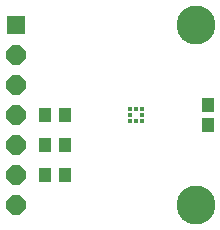
<source format=gts>
G75*
G70*
%OFA0B0*%
%FSLAX24Y24*%
%IPPOS*%
%LPD*%
%AMOC8*
5,1,8,0,0,1.08239X$1,22.5*
%
%ADD10C,0.1300*%
%ADD11C,0.0158*%
%ADD12R,0.0434X0.0473*%
%ADD13R,0.0640X0.0640*%
%ADD14OC8,0.0640*%
D10*
X007141Y004911D03*
X007141Y010911D03*
D11*
X005338Y008107D03*
X005338Y007911D03*
X005338Y007714D03*
X005141Y007714D03*
X004944Y007714D03*
X004944Y007911D03*
X004944Y008107D03*
X005141Y008107D03*
D12*
X002776Y007911D03*
X002106Y007911D03*
X002106Y006911D03*
X002776Y006911D03*
X002776Y005911D03*
X002106Y005911D03*
X007541Y007576D03*
X007541Y008245D03*
D13*
X001141Y010911D03*
D14*
X001141Y004911D03*
X001141Y005911D03*
X001141Y006911D03*
X001141Y007911D03*
X001141Y008911D03*
X001141Y009911D03*
M02*

</source>
